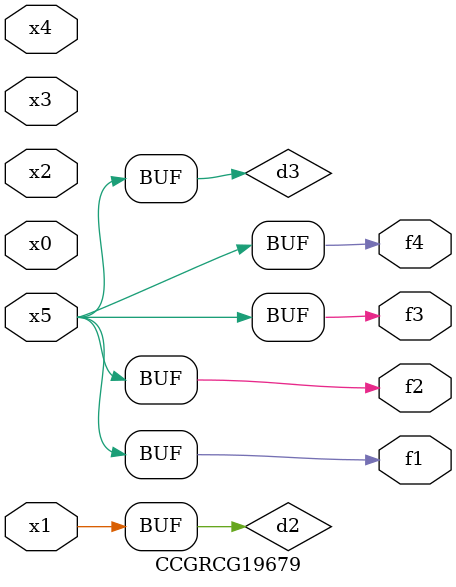
<source format=v>
module CCGRCG19679(
	input x0, x1, x2, x3, x4, x5,
	output f1, f2, f3, f4
);

	wire d1, d2, d3;

	not (d1, x5);
	or (d2, x1);
	xnor (d3, d1);
	assign f1 = d3;
	assign f2 = d3;
	assign f3 = d3;
	assign f4 = d3;
endmodule

</source>
